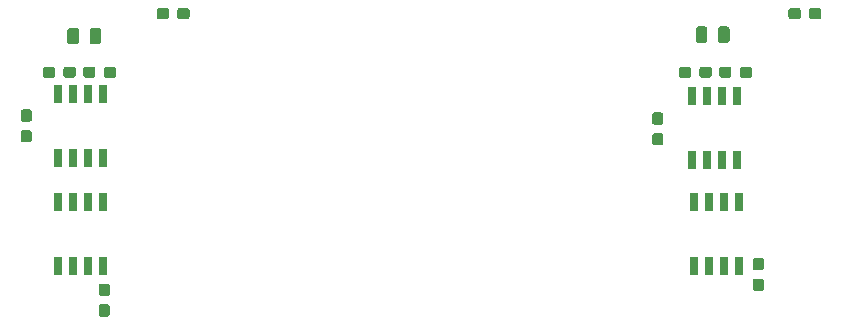
<source format=gbr>
%TF.GenerationSoftware,KiCad,Pcbnew,5.1.5+dfsg1-2build2*%
%TF.CreationDate,2021-10-16T12:52:01+01:00*%
%TF.ProjectId,motor_driver_v1,6d6f746f-725f-4647-9269-7665725f7631,rev?*%
%TF.SameCoordinates,Original*%
%TF.FileFunction,Paste,Top*%
%TF.FilePolarity,Positive*%
%FSLAX46Y46*%
G04 Gerber Fmt 4.6, Leading zero omitted, Abs format (unit mm)*
G04 Created by KiCad (PCBNEW 5.1.5+dfsg1-2build2) date 2021-10-16 12:52:01*
%MOMM*%
%LPD*%
G04 APERTURE LIST*
%ADD10R,0.650000X1.528000*%
%ADD11C,0.100000*%
%ADD12R,0.650000X1.500000*%
G04 APERTURE END LIST*
D10*
%TO.C,IC4*%
X126873000Y-55035000D03*
X125603000Y-55035000D03*
X124333000Y-55035000D03*
X123063000Y-55035000D03*
X123063000Y-49613000D03*
X124333000Y-49613000D03*
X125603000Y-49613000D03*
X126873000Y-49613000D03*
%TD*%
D11*
%TO.C,R4*%
G36*
X120275779Y-43771144D02*
G01*
X120298834Y-43774563D01*
X120321443Y-43780227D01*
X120343387Y-43788079D01*
X120364457Y-43798044D01*
X120384448Y-43810026D01*
X120403168Y-43823910D01*
X120420438Y-43839562D01*
X120436090Y-43856832D01*
X120449974Y-43875552D01*
X120461956Y-43895543D01*
X120471921Y-43916613D01*
X120479773Y-43938557D01*
X120485437Y-43961166D01*
X120488856Y-43984221D01*
X120490000Y-44007500D01*
X120490000Y-44582500D01*
X120488856Y-44605779D01*
X120485437Y-44628834D01*
X120479773Y-44651443D01*
X120471921Y-44673387D01*
X120461956Y-44694457D01*
X120449974Y-44714448D01*
X120436090Y-44733168D01*
X120420438Y-44750438D01*
X120403168Y-44766090D01*
X120384448Y-44779974D01*
X120364457Y-44791956D01*
X120343387Y-44801921D01*
X120321443Y-44809773D01*
X120298834Y-44815437D01*
X120275779Y-44818856D01*
X120252500Y-44820000D01*
X119777500Y-44820000D01*
X119754221Y-44818856D01*
X119731166Y-44815437D01*
X119708557Y-44809773D01*
X119686613Y-44801921D01*
X119665543Y-44791956D01*
X119645552Y-44779974D01*
X119626832Y-44766090D01*
X119609562Y-44750438D01*
X119593910Y-44733168D01*
X119580026Y-44714448D01*
X119568044Y-44694457D01*
X119558079Y-44673387D01*
X119550227Y-44651443D01*
X119544563Y-44628834D01*
X119541144Y-44605779D01*
X119540000Y-44582500D01*
X119540000Y-44007500D01*
X119541144Y-43984221D01*
X119544563Y-43961166D01*
X119550227Y-43938557D01*
X119558079Y-43916613D01*
X119568044Y-43895543D01*
X119580026Y-43875552D01*
X119593910Y-43856832D01*
X119609562Y-43839562D01*
X119626832Y-43823910D01*
X119645552Y-43810026D01*
X119665543Y-43798044D01*
X119686613Y-43788079D01*
X119708557Y-43780227D01*
X119731166Y-43774563D01*
X119754221Y-43771144D01*
X119777500Y-43770000D01*
X120252500Y-43770000D01*
X120275779Y-43771144D01*
G37*
G36*
X120275779Y-42021144D02*
G01*
X120298834Y-42024563D01*
X120321443Y-42030227D01*
X120343387Y-42038079D01*
X120364457Y-42048044D01*
X120384448Y-42060026D01*
X120403168Y-42073910D01*
X120420438Y-42089562D01*
X120436090Y-42106832D01*
X120449974Y-42125552D01*
X120461956Y-42145543D01*
X120471921Y-42166613D01*
X120479773Y-42188557D01*
X120485437Y-42211166D01*
X120488856Y-42234221D01*
X120490000Y-42257500D01*
X120490000Y-42832500D01*
X120488856Y-42855779D01*
X120485437Y-42878834D01*
X120479773Y-42901443D01*
X120471921Y-42923387D01*
X120461956Y-42944457D01*
X120449974Y-42964448D01*
X120436090Y-42983168D01*
X120420438Y-43000438D01*
X120403168Y-43016090D01*
X120384448Y-43029974D01*
X120364457Y-43041956D01*
X120343387Y-43051921D01*
X120321443Y-43059773D01*
X120298834Y-43065437D01*
X120275779Y-43068856D01*
X120252500Y-43070000D01*
X119777500Y-43070000D01*
X119754221Y-43068856D01*
X119731166Y-43065437D01*
X119708557Y-43059773D01*
X119686613Y-43051921D01*
X119665543Y-43041956D01*
X119645552Y-43029974D01*
X119626832Y-43016090D01*
X119609562Y-43000438D01*
X119593910Y-42983168D01*
X119580026Y-42964448D01*
X119568044Y-42944457D01*
X119558079Y-42923387D01*
X119550227Y-42901443D01*
X119544563Y-42878834D01*
X119541144Y-42855779D01*
X119540000Y-42832500D01*
X119540000Y-42257500D01*
X119541144Y-42234221D01*
X119544563Y-42211166D01*
X119550227Y-42188557D01*
X119558079Y-42166613D01*
X119568044Y-42145543D01*
X119580026Y-42125552D01*
X119593910Y-42106832D01*
X119609562Y-42089562D01*
X119626832Y-42073910D01*
X119645552Y-42060026D01*
X119665543Y-42048044D01*
X119686613Y-42038079D01*
X119708557Y-42030227D01*
X119731166Y-42024563D01*
X119754221Y-42021144D01*
X119777500Y-42020000D01*
X120252500Y-42020000D01*
X120275779Y-42021144D01*
G37*
%TD*%
%TO.C,R3*%
G36*
X80165779Y-33181144D02*
G01*
X80188834Y-33184563D01*
X80211443Y-33190227D01*
X80233387Y-33198079D01*
X80254457Y-33208044D01*
X80274448Y-33220026D01*
X80293168Y-33233910D01*
X80310438Y-33249562D01*
X80326090Y-33266832D01*
X80339974Y-33285552D01*
X80351956Y-33305543D01*
X80361921Y-33326613D01*
X80369773Y-33348557D01*
X80375437Y-33371166D01*
X80378856Y-33394221D01*
X80380000Y-33417500D01*
X80380000Y-33892500D01*
X80378856Y-33915779D01*
X80375437Y-33938834D01*
X80369773Y-33961443D01*
X80361921Y-33983387D01*
X80351956Y-34004457D01*
X80339974Y-34024448D01*
X80326090Y-34043168D01*
X80310438Y-34060438D01*
X80293168Y-34076090D01*
X80274448Y-34089974D01*
X80254457Y-34101956D01*
X80233387Y-34111921D01*
X80211443Y-34119773D01*
X80188834Y-34125437D01*
X80165779Y-34128856D01*
X80142500Y-34130000D01*
X79567500Y-34130000D01*
X79544221Y-34128856D01*
X79521166Y-34125437D01*
X79498557Y-34119773D01*
X79476613Y-34111921D01*
X79455543Y-34101956D01*
X79435552Y-34089974D01*
X79416832Y-34076090D01*
X79399562Y-34060438D01*
X79383910Y-34043168D01*
X79370026Y-34024448D01*
X79358044Y-34004457D01*
X79348079Y-33983387D01*
X79340227Y-33961443D01*
X79334563Y-33938834D01*
X79331144Y-33915779D01*
X79330000Y-33892500D01*
X79330000Y-33417500D01*
X79331144Y-33394221D01*
X79334563Y-33371166D01*
X79340227Y-33348557D01*
X79348079Y-33326613D01*
X79358044Y-33305543D01*
X79370026Y-33285552D01*
X79383910Y-33266832D01*
X79399562Y-33249562D01*
X79416832Y-33233910D01*
X79435552Y-33220026D01*
X79455543Y-33208044D01*
X79476613Y-33198079D01*
X79498557Y-33190227D01*
X79521166Y-33184563D01*
X79544221Y-33181144D01*
X79567500Y-33180000D01*
X80142500Y-33180000D01*
X80165779Y-33181144D01*
G37*
G36*
X78415779Y-33181144D02*
G01*
X78438834Y-33184563D01*
X78461443Y-33190227D01*
X78483387Y-33198079D01*
X78504457Y-33208044D01*
X78524448Y-33220026D01*
X78543168Y-33233910D01*
X78560438Y-33249562D01*
X78576090Y-33266832D01*
X78589974Y-33285552D01*
X78601956Y-33305543D01*
X78611921Y-33326613D01*
X78619773Y-33348557D01*
X78625437Y-33371166D01*
X78628856Y-33394221D01*
X78630000Y-33417500D01*
X78630000Y-33892500D01*
X78628856Y-33915779D01*
X78625437Y-33938834D01*
X78619773Y-33961443D01*
X78611921Y-33983387D01*
X78601956Y-34004457D01*
X78589974Y-34024448D01*
X78576090Y-34043168D01*
X78560438Y-34060438D01*
X78543168Y-34076090D01*
X78524448Y-34089974D01*
X78504457Y-34101956D01*
X78483387Y-34111921D01*
X78461443Y-34119773D01*
X78438834Y-34125437D01*
X78415779Y-34128856D01*
X78392500Y-34130000D01*
X77817500Y-34130000D01*
X77794221Y-34128856D01*
X77771166Y-34125437D01*
X77748557Y-34119773D01*
X77726613Y-34111921D01*
X77705543Y-34101956D01*
X77685552Y-34089974D01*
X77666832Y-34076090D01*
X77649562Y-34060438D01*
X77633910Y-34043168D01*
X77620026Y-34024448D01*
X77608044Y-34004457D01*
X77598079Y-33983387D01*
X77590227Y-33961443D01*
X77584563Y-33938834D01*
X77581144Y-33915779D01*
X77580000Y-33892500D01*
X77580000Y-33417500D01*
X77581144Y-33394221D01*
X77584563Y-33371166D01*
X77590227Y-33348557D01*
X77598079Y-33326613D01*
X77608044Y-33305543D01*
X77620026Y-33285552D01*
X77633910Y-33266832D01*
X77649562Y-33249562D01*
X77666832Y-33233910D01*
X77685552Y-33220026D01*
X77705543Y-33208044D01*
X77726613Y-33198079D01*
X77748557Y-33190227D01*
X77771166Y-33184563D01*
X77794221Y-33181144D01*
X77817500Y-33180000D01*
X78392500Y-33180000D01*
X78415779Y-33181144D01*
G37*
%TD*%
%TO.C,R2*%
G36*
X66808779Y-43517144D02*
G01*
X66831834Y-43520563D01*
X66854443Y-43526227D01*
X66876387Y-43534079D01*
X66897457Y-43544044D01*
X66917448Y-43556026D01*
X66936168Y-43569910D01*
X66953438Y-43585562D01*
X66969090Y-43602832D01*
X66982974Y-43621552D01*
X66994956Y-43641543D01*
X67004921Y-43662613D01*
X67012773Y-43684557D01*
X67018437Y-43707166D01*
X67021856Y-43730221D01*
X67023000Y-43753500D01*
X67023000Y-44328500D01*
X67021856Y-44351779D01*
X67018437Y-44374834D01*
X67012773Y-44397443D01*
X67004921Y-44419387D01*
X66994956Y-44440457D01*
X66982974Y-44460448D01*
X66969090Y-44479168D01*
X66953438Y-44496438D01*
X66936168Y-44512090D01*
X66917448Y-44525974D01*
X66897457Y-44537956D01*
X66876387Y-44547921D01*
X66854443Y-44555773D01*
X66831834Y-44561437D01*
X66808779Y-44564856D01*
X66785500Y-44566000D01*
X66310500Y-44566000D01*
X66287221Y-44564856D01*
X66264166Y-44561437D01*
X66241557Y-44555773D01*
X66219613Y-44547921D01*
X66198543Y-44537956D01*
X66178552Y-44525974D01*
X66159832Y-44512090D01*
X66142562Y-44496438D01*
X66126910Y-44479168D01*
X66113026Y-44460448D01*
X66101044Y-44440457D01*
X66091079Y-44419387D01*
X66083227Y-44397443D01*
X66077563Y-44374834D01*
X66074144Y-44351779D01*
X66073000Y-44328500D01*
X66073000Y-43753500D01*
X66074144Y-43730221D01*
X66077563Y-43707166D01*
X66083227Y-43684557D01*
X66091079Y-43662613D01*
X66101044Y-43641543D01*
X66113026Y-43621552D01*
X66126910Y-43602832D01*
X66142562Y-43585562D01*
X66159832Y-43569910D01*
X66178552Y-43556026D01*
X66198543Y-43544044D01*
X66219613Y-43534079D01*
X66241557Y-43526227D01*
X66264166Y-43520563D01*
X66287221Y-43517144D01*
X66310500Y-43516000D01*
X66785500Y-43516000D01*
X66808779Y-43517144D01*
G37*
G36*
X66808779Y-41767144D02*
G01*
X66831834Y-41770563D01*
X66854443Y-41776227D01*
X66876387Y-41784079D01*
X66897457Y-41794044D01*
X66917448Y-41806026D01*
X66936168Y-41819910D01*
X66953438Y-41835562D01*
X66969090Y-41852832D01*
X66982974Y-41871552D01*
X66994956Y-41891543D01*
X67004921Y-41912613D01*
X67012773Y-41934557D01*
X67018437Y-41957166D01*
X67021856Y-41980221D01*
X67023000Y-42003500D01*
X67023000Y-42578500D01*
X67021856Y-42601779D01*
X67018437Y-42624834D01*
X67012773Y-42647443D01*
X67004921Y-42669387D01*
X66994956Y-42690457D01*
X66982974Y-42710448D01*
X66969090Y-42729168D01*
X66953438Y-42746438D01*
X66936168Y-42762090D01*
X66917448Y-42775974D01*
X66897457Y-42787956D01*
X66876387Y-42797921D01*
X66854443Y-42805773D01*
X66831834Y-42811437D01*
X66808779Y-42814856D01*
X66785500Y-42816000D01*
X66310500Y-42816000D01*
X66287221Y-42814856D01*
X66264166Y-42811437D01*
X66241557Y-42805773D01*
X66219613Y-42797921D01*
X66198543Y-42787956D01*
X66178552Y-42775974D01*
X66159832Y-42762090D01*
X66142562Y-42746438D01*
X66126910Y-42729168D01*
X66113026Y-42710448D01*
X66101044Y-42690457D01*
X66091079Y-42669387D01*
X66083227Y-42647443D01*
X66077563Y-42624834D01*
X66074144Y-42601779D01*
X66073000Y-42578500D01*
X66073000Y-42003500D01*
X66074144Y-41980221D01*
X66077563Y-41957166D01*
X66083227Y-41934557D01*
X66091079Y-41912613D01*
X66101044Y-41891543D01*
X66113026Y-41871552D01*
X66126910Y-41852832D01*
X66142562Y-41835562D01*
X66159832Y-41819910D01*
X66178552Y-41806026D01*
X66198543Y-41794044D01*
X66219613Y-41784079D01*
X66241557Y-41776227D01*
X66264166Y-41770563D01*
X66287221Y-41767144D01*
X66310500Y-41766000D01*
X66785500Y-41766000D01*
X66808779Y-41767144D01*
G37*
%TD*%
%TO.C,R1*%
G36*
X133660779Y-33181144D02*
G01*
X133683834Y-33184563D01*
X133706443Y-33190227D01*
X133728387Y-33198079D01*
X133749457Y-33208044D01*
X133769448Y-33220026D01*
X133788168Y-33233910D01*
X133805438Y-33249562D01*
X133821090Y-33266832D01*
X133834974Y-33285552D01*
X133846956Y-33305543D01*
X133856921Y-33326613D01*
X133864773Y-33348557D01*
X133870437Y-33371166D01*
X133873856Y-33394221D01*
X133875000Y-33417500D01*
X133875000Y-33892500D01*
X133873856Y-33915779D01*
X133870437Y-33938834D01*
X133864773Y-33961443D01*
X133856921Y-33983387D01*
X133846956Y-34004457D01*
X133834974Y-34024448D01*
X133821090Y-34043168D01*
X133805438Y-34060438D01*
X133788168Y-34076090D01*
X133769448Y-34089974D01*
X133749457Y-34101956D01*
X133728387Y-34111921D01*
X133706443Y-34119773D01*
X133683834Y-34125437D01*
X133660779Y-34128856D01*
X133637500Y-34130000D01*
X133062500Y-34130000D01*
X133039221Y-34128856D01*
X133016166Y-34125437D01*
X132993557Y-34119773D01*
X132971613Y-34111921D01*
X132950543Y-34101956D01*
X132930552Y-34089974D01*
X132911832Y-34076090D01*
X132894562Y-34060438D01*
X132878910Y-34043168D01*
X132865026Y-34024448D01*
X132853044Y-34004457D01*
X132843079Y-33983387D01*
X132835227Y-33961443D01*
X132829563Y-33938834D01*
X132826144Y-33915779D01*
X132825000Y-33892500D01*
X132825000Y-33417500D01*
X132826144Y-33394221D01*
X132829563Y-33371166D01*
X132835227Y-33348557D01*
X132843079Y-33326613D01*
X132853044Y-33305543D01*
X132865026Y-33285552D01*
X132878910Y-33266832D01*
X132894562Y-33249562D01*
X132911832Y-33233910D01*
X132930552Y-33220026D01*
X132950543Y-33208044D01*
X132971613Y-33198079D01*
X132993557Y-33190227D01*
X133016166Y-33184563D01*
X133039221Y-33181144D01*
X133062500Y-33180000D01*
X133637500Y-33180000D01*
X133660779Y-33181144D01*
G37*
G36*
X131910779Y-33181144D02*
G01*
X131933834Y-33184563D01*
X131956443Y-33190227D01*
X131978387Y-33198079D01*
X131999457Y-33208044D01*
X132019448Y-33220026D01*
X132038168Y-33233910D01*
X132055438Y-33249562D01*
X132071090Y-33266832D01*
X132084974Y-33285552D01*
X132096956Y-33305543D01*
X132106921Y-33326613D01*
X132114773Y-33348557D01*
X132120437Y-33371166D01*
X132123856Y-33394221D01*
X132125000Y-33417500D01*
X132125000Y-33892500D01*
X132123856Y-33915779D01*
X132120437Y-33938834D01*
X132114773Y-33961443D01*
X132106921Y-33983387D01*
X132096956Y-34004457D01*
X132084974Y-34024448D01*
X132071090Y-34043168D01*
X132055438Y-34060438D01*
X132038168Y-34076090D01*
X132019448Y-34089974D01*
X131999457Y-34101956D01*
X131978387Y-34111921D01*
X131956443Y-34119773D01*
X131933834Y-34125437D01*
X131910779Y-34128856D01*
X131887500Y-34130000D01*
X131312500Y-34130000D01*
X131289221Y-34128856D01*
X131266166Y-34125437D01*
X131243557Y-34119773D01*
X131221613Y-34111921D01*
X131200543Y-34101956D01*
X131180552Y-34089974D01*
X131161832Y-34076090D01*
X131144562Y-34060438D01*
X131128910Y-34043168D01*
X131115026Y-34024448D01*
X131103044Y-34004457D01*
X131093079Y-33983387D01*
X131085227Y-33961443D01*
X131079563Y-33938834D01*
X131076144Y-33915779D01*
X131075000Y-33892500D01*
X131075000Y-33417500D01*
X131076144Y-33394221D01*
X131079563Y-33371166D01*
X131085227Y-33348557D01*
X131093079Y-33326613D01*
X131103044Y-33305543D01*
X131115026Y-33285552D01*
X131128910Y-33266832D01*
X131144562Y-33249562D01*
X131161832Y-33233910D01*
X131180552Y-33220026D01*
X131200543Y-33208044D01*
X131221613Y-33198079D01*
X131243557Y-33190227D01*
X131266166Y-33184563D01*
X131289221Y-33181144D01*
X131312500Y-33180000D01*
X131887500Y-33180000D01*
X131910779Y-33181144D01*
G37*
%TD*%
D12*
%TO.C,IC3*%
X122936000Y-40607000D03*
X124206000Y-40607000D03*
X125476000Y-40607000D03*
X126746000Y-40607000D03*
X126746000Y-46007000D03*
X125476000Y-46007000D03*
X124206000Y-46007000D03*
X122936000Y-46007000D03*
%TD*%
D10*
%TO.C,IC2*%
X73025000Y-55035000D03*
X71755000Y-55035000D03*
X70485000Y-55035000D03*
X69215000Y-55035000D03*
X69215000Y-49613000D03*
X70485000Y-49613000D03*
X71755000Y-49613000D03*
X73025000Y-49613000D03*
%TD*%
D12*
%TO.C,IC1*%
X69215000Y-40480000D03*
X70485000Y-40480000D03*
X71755000Y-40480000D03*
X73025000Y-40480000D03*
X73025000Y-45880000D03*
X71755000Y-45880000D03*
X70485000Y-45880000D03*
X69215000Y-45880000D03*
%TD*%
D11*
%TO.C,C9*%
G36*
X128784779Y-56090144D02*
G01*
X128807834Y-56093563D01*
X128830443Y-56099227D01*
X128852387Y-56107079D01*
X128873457Y-56117044D01*
X128893448Y-56129026D01*
X128912168Y-56142910D01*
X128929438Y-56158562D01*
X128945090Y-56175832D01*
X128958974Y-56194552D01*
X128970956Y-56214543D01*
X128980921Y-56235613D01*
X128988773Y-56257557D01*
X128994437Y-56280166D01*
X128997856Y-56303221D01*
X128999000Y-56326500D01*
X128999000Y-56901500D01*
X128997856Y-56924779D01*
X128994437Y-56947834D01*
X128988773Y-56970443D01*
X128980921Y-56992387D01*
X128970956Y-57013457D01*
X128958974Y-57033448D01*
X128945090Y-57052168D01*
X128929438Y-57069438D01*
X128912168Y-57085090D01*
X128893448Y-57098974D01*
X128873457Y-57110956D01*
X128852387Y-57120921D01*
X128830443Y-57128773D01*
X128807834Y-57134437D01*
X128784779Y-57137856D01*
X128761500Y-57139000D01*
X128286500Y-57139000D01*
X128263221Y-57137856D01*
X128240166Y-57134437D01*
X128217557Y-57128773D01*
X128195613Y-57120921D01*
X128174543Y-57110956D01*
X128154552Y-57098974D01*
X128135832Y-57085090D01*
X128118562Y-57069438D01*
X128102910Y-57052168D01*
X128089026Y-57033448D01*
X128077044Y-57013457D01*
X128067079Y-56992387D01*
X128059227Y-56970443D01*
X128053563Y-56947834D01*
X128050144Y-56924779D01*
X128049000Y-56901500D01*
X128049000Y-56326500D01*
X128050144Y-56303221D01*
X128053563Y-56280166D01*
X128059227Y-56257557D01*
X128067079Y-56235613D01*
X128077044Y-56214543D01*
X128089026Y-56194552D01*
X128102910Y-56175832D01*
X128118562Y-56158562D01*
X128135832Y-56142910D01*
X128154552Y-56129026D01*
X128174543Y-56117044D01*
X128195613Y-56107079D01*
X128217557Y-56099227D01*
X128240166Y-56093563D01*
X128263221Y-56090144D01*
X128286500Y-56089000D01*
X128761500Y-56089000D01*
X128784779Y-56090144D01*
G37*
G36*
X128784779Y-54340144D02*
G01*
X128807834Y-54343563D01*
X128830443Y-54349227D01*
X128852387Y-54357079D01*
X128873457Y-54367044D01*
X128893448Y-54379026D01*
X128912168Y-54392910D01*
X128929438Y-54408562D01*
X128945090Y-54425832D01*
X128958974Y-54444552D01*
X128970956Y-54464543D01*
X128980921Y-54485613D01*
X128988773Y-54507557D01*
X128994437Y-54530166D01*
X128997856Y-54553221D01*
X128999000Y-54576500D01*
X128999000Y-55151500D01*
X128997856Y-55174779D01*
X128994437Y-55197834D01*
X128988773Y-55220443D01*
X128980921Y-55242387D01*
X128970956Y-55263457D01*
X128958974Y-55283448D01*
X128945090Y-55302168D01*
X128929438Y-55319438D01*
X128912168Y-55335090D01*
X128893448Y-55348974D01*
X128873457Y-55360956D01*
X128852387Y-55370921D01*
X128830443Y-55378773D01*
X128807834Y-55384437D01*
X128784779Y-55387856D01*
X128761500Y-55389000D01*
X128286500Y-55389000D01*
X128263221Y-55387856D01*
X128240166Y-55384437D01*
X128217557Y-55378773D01*
X128195613Y-55370921D01*
X128174543Y-55360956D01*
X128154552Y-55348974D01*
X128135832Y-55335090D01*
X128118562Y-55319438D01*
X128102910Y-55302168D01*
X128089026Y-55283448D01*
X128077044Y-55263457D01*
X128067079Y-55242387D01*
X128059227Y-55220443D01*
X128053563Y-55197834D01*
X128050144Y-55174779D01*
X128049000Y-55151500D01*
X128049000Y-54576500D01*
X128050144Y-54553221D01*
X128053563Y-54530166D01*
X128059227Y-54507557D01*
X128067079Y-54485613D01*
X128077044Y-54464543D01*
X128089026Y-54444552D01*
X128102910Y-54425832D01*
X128118562Y-54408562D01*
X128135832Y-54392910D01*
X128154552Y-54379026D01*
X128174543Y-54367044D01*
X128195613Y-54357079D01*
X128217557Y-54349227D01*
X128240166Y-54343563D01*
X128263221Y-54340144D01*
X128286500Y-54339000D01*
X128761500Y-54339000D01*
X128784779Y-54340144D01*
G37*
%TD*%
%TO.C,C8*%
G36*
X127790779Y-38134144D02*
G01*
X127813834Y-38137563D01*
X127836443Y-38143227D01*
X127858387Y-38151079D01*
X127879457Y-38161044D01*
X127899448Y-38173026D01*
X127918168Y-38186910D01*
X127935438Y-38202562D01*
X127951090Y-38219832D01*
X127964974Y-38238552D01*
X127976956Y-38258543D01*
X127986921Y-38279613D01*
X127994773Y-38301557D01*
X128000437Y-38324166D01*
X128003856Y-38347221D01*
X128005000Y-38370500D01*
X128005000Y-38845500D01*
X128003856Y-38868779D01*
X128000437Y-38891834D01*
X127994773Y-38914443D01*
X127986921Y-38936387D01*
X127976956Y-38957457D01*
X127964974Y-38977448D01*
X127951090Y-38996168D01*
X127935438Y-39013438D01*
X127918168Y-39029090D01*
X127899448Y-39042974D01*
X127879457Y-39054956D01*
X127858387Y-39064921D01*
X127836443Y-39072773D01*
X127813834Y-39078437D01*
X127790779Y-39081856D01*
X127767500Y-39083000D01*
X127192500Y-39083000D01*
X127169221Y-39081856D01*
X127146166Y-39078437D01*
X127123557Y-39072773D01*
X127101613Y-39064921D01*
X127080543Y-39054956D01*
X127060552Y-39042974D01*
X127041832Y-39029090D01*
X127024562Y-39013438D01*
X127008910Y-38996168D01*
X126995026Y-38977448D01*
X126983044Y-38957457D01*
X126973079Y-38936387D01*
X126965227Y-38914443D01*
X126959563Y-38891834D01*
X126956144Y-38868779D01*
X126955000Y-38845500D01*
X126955000Y-38370500D01*
X126956144Y-38347221D01*
X126959563Y-38324166D01*
X126965227Y-38301557D01*
X126973079Y-38279613D01*
X126983044Y-38258543D01*
X126995026Y-38238552D01*
X127008910Y-38219832D01*
X127024562Y-38202562D01*
X127041832Y-38186910D01*
X127060552Y-38173026D01*
X127080543Y-38161044D01*
X127101613Y-38151079D01*
X127123557Y-38143227D01*
X127146166Y-38137563D01*
X127169221Y-38134144D01*
X127192500Y-38133000D01*
X127767500Y-38133000D01*
X127790779Y-38134144D01*
G37*
G36*
X126040779Y-38134144D02*
G01*
X126063834Y-38137563D01*
X126086443Y-38143227D01*
X126108387Y-38151079D01*
X126129457Y-38161044D01*
X126149448Y-38173026D01*
X126168168Y-38186910D01*
X126185438Y-38202562D01*
X126201090Y-38219832D01*
X126214974Y-38238552D01*
X126226956Y-38258543D01*
X126236921Y-38279613D01*
X126244773Y-38301557D01*
X126250437Y-38324166D01*
X126253856Y-38347221D01*
X126255000Y-38370500D01*
X126255000Y-38845500D01*
X126253856Y-38868779D01*
X126250437Y-38891834D01*
X126244773Y-38914443D01*
X126236921Y-38936387D01*
X126226956Y-38957457D01*
X126214974Y-38977448D01*
X126201090Y-38996168D01*
X126185438Y-39013438D01*
X126168168Y-39029090D01*
X126149448Y-39042974D01*
X126129457Y-39054956D01*
X126108387Y-39064921D01*
X126086443Y-39072773D01*
X126063834Y-39078437D01*
X126040779Y-39081856D01*
X126017500Y-39083000D01*
X125442500Y-39083000D01*
X125419221Y-39081856D01*
X125396166Y-39078437D01*
X125373557Y-39072773D01*
X125351613Y-39064921D01*
X125330543Y-39054956D01*
X125310552Y-39042974D01*
X125291832Y-39029090D01*
X125274562Y-39013438D01*
X125258910Y-38996168D01*
X125245026Y-38977448D01*
X125233044Y-38957457D01*
X125223079Y-38936387D01*
X125215227Y-38914443D01*
X125209563Y-38891834D01*
X125206144Y-38868779D01*
X125205000Y-38845500D01*
X125205000Y-38370500D01*
X125206144Y-38347221D01*
X125209563Y-38324166D01*
X125215227Y-38301557D01*
X125223079Y-38279613D01*
X125233044Y-38258543D01*
X125245026Y-38238552D01*
X125258910Y-38219832D01*
X125274562Y-38202562D01*
X125291832Y-38186910D01*
X125310552Y-38173026D01*
X125330543Y-38161044D01*
X125351613Y-38151079D01*
X125373557Y-38143227D01*
X125396166Y-38137563D01*
X125419221Y-38134144D01*
X125442500Y-38133000D01*
X126017500Y-38133000D01*
X126040779Y-38134144D01*
G37*
%TD*%
%TO.C,C7*%
G36*
X122625779Y-38134144D02*
G01*
X122648834Y-38137563D01*
X122671443Y-38143227D01*
X122693387Y-38151079D01*
X122714457Y-38161044D01*
X122734448Y-38173026D01*
X122753168Y-38186910D01*
X122770438Y-38202562D01*
X122786090Y-38219832D01*
X122799974Y-38238552D01*
X122811956Y-38258543D01*
X122821921Y-38279613D01*
X122829773Y-38301557D01*
X122835437Y-38324166D01*
X122838856Y-38347221D01*
X122840000Y-38370500D01*
X122840000Y-38845500D01*
X122838856Y-38868779D01*
X122835437Y-38891834D01*
X122829773Y-38914443D01*
X122821921Y-38936387D01*
X122811956Y-38957457D01*
X122799974Y-38977448D01*
X122786090Y-38996168D01*
X122770438Y-39013438D01*
X122753168Y-39029090D01*
X122734448Y-39042974D01*
X122714457Y-39054956D01*
X122693387Y-39064921D01*
X122671443Y-39072773D01*
X122648834Y-39078437D01*
X122625779Y-39081856D01*
X122602500Y-39083000D01*
X122027500Y-39083000D01*
X122004221Y-39081856D01*
X121981166Y-39078437D01*
X121958557Y-39072773D01*
X121936613Y-39064921D01*
X121915543Y-39054956D01*
X121895552Y-39042974D01*
X121876832Y-39029090D01*
X121859562Y-39013438D01*
X121843910Y-38996168D01*
X121830026Y-38977448D01*
X121818044Y-38957457D01*
X121808079Y-38936387D01*
X121800227Y-38914443D01*
X121794563Y-38891834D01*
X121791144Y-38868779D01*
X121790000Y-38845500D01*
X121790000Y-38370500D01*
X121791144Y-38347221D01*
X121794563Y-38324166D01*
X121800227Y-38301557D01*
X121808079Y-38279613D01*
X121818044Y-38258543D01*
X121830026Y-38238552D01*
X121843910Y-38219832D01*
X121859562Y-38202562D01*
X121876832Y-38186910D01*
X121895552Y-38173026D01*
X121915543Y-38161044D01*
X121936613Y-38151079D01*
X121958557Y-38143227D01*
X121981166Y-38137563D01*
X122004221Y-38134144D01*
X122027500Y-38133000D01*
X122602500Y-38133000D01*
X122625779Y-38134144D01*
G37*
G36*
X124375779Y-38134144D02*
G01*
X124398834Y-38137563D01*
X124421443Y-38143227D01*
X124443387Y-38151079D01*
X124464457Y-38161044D01*
X124484448Y-38173026D01*
X124503168Y-38186910D01*
X124520438Y-38202562D01*
X124536090Y-38219832D01*
X124549974Y-38238552D01*
X124561956Y-38258543D01*
X124571921Y-38279613D01*
X124579773Y-38301557D01*
X124585437Y-38324166D01*
X124588856Y-38347221D01*
X124590000Y-38370500D01*
X124590000Y-38845500D01*
X124588856Y-38868779D01*
X124585437Y-38891834D01*
X124579773Y-38914443D01*
X124571921Y-38936387D01*
X124561956Y-38957457D01*
X124549974Y-38977448D01*
X124536090Y-38996168D01*
X124520438Y-39013438D01*
X124503168Y-39029090D01*
X124484448Y-39042974D01*
X124464457Y-39054956D01*
X124443387Y-39064921D01*
X124421443Y-39072773D01*
X124398834Y-39078437D01*
X124375779Y-39081856D01*
X124352500Y-39083000D01*
X123777500Y-39083000D01*
X123754221Y-39081856D01*
X123731166Y-39078437D01*
X123708557Y-39072773D01*
X123686613Y-39064921D01*
X123665543Y-39054956D01*
X123645552Y-39042974D01*
X123626832Y-39029090D01*
X123609562Y-39013438D01*
X123593910Y-38996168D01*
X123580026Y-38977448D01*
X123568044Y-38957457D01*
X123558079Y-38936387D01*
X123550227Y-38914443D01*
X123544563Y-38891834D01*
X123541144Y-38868779D01*
X123540000Y-38845500D01*
X123540000Y-38370500D01*
X123541144Y-38347221D01*
X123544563Y-38324166D01*
X123550227Y-38301557D01*
X123558079Y-38279613D01*
X123568044Y-38258543D01*
X123580026Y-38238552D01*
X123593910Y-38219832D01*
X123609562Y-38202562D01*
X123626832Y-38186910D01*
X123645552Y-38173026D01*
X123665543Y-38161044D01*
X123686613Y-38151079D01*
X123708557Y-38143227D01*
X123731166Y-38137563D01*
X123754221Y-38134144D01*
X123777500Y-38133000D01*
X124352500Y-38133000D01*
X124375779Y-38134144D01*
G37*
%TD*%
%TO.C,C6*%
G36*
X73412779Y-58263144D02*
G01*
X73435834Y-58266563D01*
X73458443Y-58272227D01*
X73480387Y-58280079D01*
X73501457Y-58290044D01*
X73521448Y-58302026D01*
X73540168Y-58315910D01*
X73557438Y-58331562D01*
X73573090Y-58348832D01*
X73586974Y-58367552D01*
X73598956Y-58387543D01*
X73608921Y-58408613D01*
X73616773Y-58430557D01*
X73622437Y-58453166D01*
X73625856Y-58476221D01*
X73627000Y-58499500D01*
X73627000Y-59074500D01*
X73625856Y-59097779D01*
X73622437Y-59120834D01*
X73616773Y-59143443D01*
X73608921Y-59165387D01*
X73598956Y-59186457D01*
X73586974Y-59206448D01*
X73573090Y-59225168D01*
X73557438Y-59242438D01*
X73540168Y-59258090D01*
X73521448Y-59271974D01*
X73501457Y-59283956D01*
X73480387Y-59293921D01*
X73458443Y-59301773D01*
X73435834Y-59307437D01*
X73412779Y-59310856D01*
X73389500Y-59312000D01*
X72914500Y-59312000D01*
X72891221Y-59310856D01*
X72868166Y-59307437D01*
X72845557Y-59301773D01*
X72823613Y-59293921D01*
X72802543Y-59283956D01*
X72782552Y-59271974D01*
X72763832Y-59258090D01*
X72746562Y-59242438D01*
X72730910Y-59225168D01*
X72717026Y-59206448D01*
X72705044Y-59186457D01*
X72695079Y-59165387D01*
X72687227Y-59143443D01*
X72681563Y-59120834D01*
X72678144Y-59097779D01*
X72677000Y-59074500D01*
X72677000Y-58499500D01*
X72678144Y-58476221D01*
X72681563Y-58453166D01*
X72687227Y-58430557D01*
X72695079Y-58408613D01*
X72705044Y-58387543D01*
X72717026Y-58367552D01*
X72730910Y-58348832D01*
X72746562Y-58331562D01*
X72763832Y-58315910D01*
X72782552Y-58302026D01*
X72802543Y-58290044D01*
X72823613Y-58280079D01*
X72845557Y-58272227D01*
X72868166Y-58266563D01*
X72891221Y-58263144D01*
X72914500Y-58262000D01*
X73389500Y-58262000D01*
X73412779Y-58263144D01*
G37*
G36*
X73412779Y-56513144D02*
G01*
X73435834Y-56516563D01*
X73458443Y-56522227D01*
X73480387Y-56530079D01*
X73501457Y-56540044D01*
X73521448Y-56552026D01*
X73540168Y-56565910D01*
X73557438Y-56581562D01*
X73573090Y-56598832D01*
X73586974Y-56617552D01*
X73598956Y-56637543D01*
X73608921Y-56658613D01*
X73616773Y-56680557D01*
X73622437Y-56703166D01*
X73625856Y-56726221D01*
X73627000Y-56749500D01*
X73627000Y-57324500D01*
X73625856Y-57347779D01*
X73622437Y-57370834D01*
X73616773Y-57393443D01*
X73608921Y-57415387D01*
X73598956Y-57436457D01*
X73586974Y-57456448D01*
X73573090Y-57475168D01*
X73557438Y-57492438D01*
X73540168Y-57508090D01*
X73521448Y-57521974D01*
X73501457Y-57533956D01*
X73480387Y-57543921D01*
X73458443Y-57551773D01*
X73435834Y-57557437D01*
X73412779Y-57560856D01*
X73389500Y-57562000D01*
X72914500Y-57562000D01*
X72891221Y-57560856D01*
X72868166Y-57557437D01*
X72845557Y-57551773D01*
X72823613Y-57543921D01*
X72802543Y-57533956D01*
X72782552Y-57521974D01*
X72763832Y-57508090D01*
X72746562Y-57492438D01*
X72730910Y-57475168D01*
X72717026Y-57456448D01*
X72705044Y-57436457D01*
X72695079Y-57415387D01*
X72687227Y-57393443D01*
X72681563Y-57370834D01*
X72678144Y-57347779D01*
X72677000Y-57324500D01*
X72677000Y-56749500D01*
X72678144Y-56726221D01*
X72681563Y-56703166D01*
X72687227Y-56680557D01*
X72695079Y-56658613D01*
X72705044Y-56637543D01*
X72717026Y-56617552D01*
X72730910Y-56598832D01*
X72746562Y-56581562D01*
X72763832Y-56565910D01*
X72782552Y-56552026D01*
X72802543Y-56540044D01*
X72823613Y-56530079D01*
X72845557Y-56522227D01*
X72868166Y-56516563D01*
X72891221Y-56513144D01*
X72914500Y-56512000D01*
X73389500Y-56512000D01*
X73412779Y-56513144D01*
G37*
%TD*%
%TO.C,C4*%
G36*
X73942779Y-38134144D02*
G01*
X73965834Y-38137563D01*
X73988443Y-38143227D01*
X74010387Y-38151079D01*
X74031457Y-38161044D01*
X74051448Y-38173026D01*
X74070168Y-38186910D01*
X74087438Y-38202562D01*
X74103090Y-38219832D01*
X74116974Y-38238552D01*
X74128956Y-38258543D01*
X74138921Y-38279613D01*
X74146773Y-38301557D01*
X74152437Y-38324166D01*
X74155856Y-38347221D01*
X74157000Y-38370500D01*
X74157000Y-38845500D01*
X74155856Y-38868779D01*
X74152437Y-38891834D01*
X74146773Y-38914443D01*
X74138921Y-38936387D01*
X74128956Y-38957457D01*
X74116974Y-38977448D01*
X74103090Y-38996168D01*
X74087438Y-39013438D01*
X74070168Y-39029090D01*
X74051448Y-39042974D01*
X74031457Y-39054956D01*
X74010387Y-39064921D01*
X73988443Y-39072773D01*
X73965834Y-39078437D01*
X73942779Y-39081856D01*
X73919500Y-39083000D01*
X73344500Y-39083000D01*
X73321221Y-39081856D01*
X73298166Y-39078437D01*
X73275557Y-39072773D01*
X73253613Y-39064921D01*
X73232543Y-39054956D01*
X73212552Y-39042974D01*
X73193832Y-39029090D01*
X73176562Y-39013438D01*
X73160910Y-38996168D01*
X73147026Y-38977448D01*
X73135044Y-38957457D01*
X73125079Y-38936387D01*
X73117227Y-38914443D01*
X73111563Y-38891834D01*
X73108144Y-38868779D01*
X73107000Y-38845500D01*
X73107000Y-38370500D01*
X73108144Y-38347221D01*
X73111563Y-38324166D01*
X73117227Y-38301557D01*
X73125079Y-38279613D01*
X73135044Y-38258543D01*
X73147026Y-38238552D01*
X73160910Y-38219832D01*
X73176562Y-38202562D01*
X73193832Y-38186910D01*
X73212552Y-38173026D01*
X73232543Y-38161044D01*
X73253613Y-38151079D01*
X73275557Y-38143227D01*
X73298166Y-38137563D01*
X73321221Y-38134144D01*
X73344500Y-38133000D01*
X73919500Y-38133000D01*
X73942779Y-38134144D01*
G37*
G36*
X72192779Y-38134144D02*
G01*
X72215834Y-38137563D01*
X72238443Y-38143227D01*
X72260387Y-38151079D01*
X72281457Y-38161044D01*
X72301448Y-38173026D01*
X72320168Y-38186910D01*
X72337438Y-38202562D01*
X72353090Y-38219832D01*
X72366974Y-38238552D01*
X72378956Y-38258543D01*
X72388921Y-38279613D01*
X72396773Y-38301557D01*
X72402437Y-38324166D01*
X72405856Y-38347221D01*
X72407000Y-38370500D01*
X72407000Y-38845500D01*
X72405856Y-38868779D01*
X72402437Y-38891834D01*
X72396773Y-38914443D01*
X72388921Y-38936387D01*
X72378956Y-38957457D01*
X72366974Y-38977448D01*
X72353090Y-38996168D01*
X72337438Y-39013438D01*
X72320168Y-39029090D01*
X72301448Y-39042974D01*
X72281457Y-39054956D01*
X72260387Y-39064921D01*
X72238443Y-39072773D01*
X72215834Y-39078437D01*
X72192779Y-39081856D01*
X72169500Y-39083000D01*
X71594500Y-39083000D01*
X71571221Y-39081856D01*
X71548166Y-39078437D01*
X71525557Y-39072773D01*
X71503613Y-39064921D01*
X71482543Y-39054956D01*
X71462552Y-39042974D01*
X71443832Y-39029090D01*
X71426562Y-39013438D01*
X71410910Y-38996168D01*
X71397026Y-38977448D01*
X71385044Y-38957457D01*
X71375079Y-38936387D01*
X71367227Y-38914443D01*
X71361563Y-38891834D01*
X71358144Y-38868779D01*
X71357000Y-38845500D01*
X71357000Y-38370500D01*
X71358144Y-38347221D01*
X71361563Y-38324166D01*
X71367227Y-38301557D01*
X71375079Y-38279613D01*
X71385044Y-38258543D01*
X71397026Y-38238552D01*
X71410910Y-38219832D01*
X71426562Y-38202562D01*
X71443832Y-38186910D01*
X71462552Y-38173026D01*
X71482543Y-38161044D01*
X71503613Y-38151079D01*
X71525557Y-38143227D01*
X71548166Y-38137563D01*
X71571221Y-38134144D01*
X71594500Y-38133000D01*
X72169500Y-38133000D01*
X72192779Y-38134144D01*
G37*
%TD*%
%TO.C,C3*%
G36*
X68777779Y-38134144D02*
G01*
X68800834Y-38137563D01*
X68823443Y-38143227D01*
X68845387Y-38151079D01*
X68866457Y-38161044D01*
X68886448Y-38173026D01*
X68905168Y-38186910D01*
X68922438Y-38202562D01*
X68938090Y-38219832D01*
X68951974Y-38238552D01*
X68963956Y-38258543D01*
X68973921Y-38279613D01*
X68981773Y-38301557D01*
X68987437Y-38324166D01*
X68990856Y-38347221D01*
X68992000Y-38370500D01*
X68992000Y-38845500D01*
X68990856Y-38868779D01*
X68987437Y-38891834D01*
X68981773Y-38914443D01*
X68973921Y-38936387D01*
X68963956Y-38957457D01*
X68951974Y-38977448D01*
X68938090Y-38996168D01*
X68922438Y-39013438D01*
X68905168Y-39029090D01*
X68886448Y-39042974D01*
X68866457Y-39054956D01*
X68845387Y-39064921D01*
X68823443Y-39072773D01*
X68800834Y-39078437D01*
X68777779Y-39081856D01*
X68754500Y-39083000D01*
X68179500Y-39083000D01*
X68156221Y-39081856D01*
X68133166Y-39078437D01*
X68110557Y-39072773D01*
X68088613Y-39064921D01*
X68067543Y-39054956D01*
X68047552Y-39042974D01*
X68028832Y-39029090D01*
X68011562Y-39013438D01*
X67995910Y-38996168D01*
X67982026Y-38977448D01*
X67970044Y-38957457D01*
X67960079Y-38936387D01*
X67952227Y-38914443D01*
X67946563Y-38891834D01*
X67943144Y-38868779D01*
X67942000Y-38845500D01*
X67942000Y-38370500D01*
X67943144Y-38347221D01*
X67946563Y-38324166D01*
X67952227Y-38301557D01*
X67960079Y-38279613D01*
X67970044Y-38258543D01*
X67982026Y-38238552D01*
X67995910Y-38219832D01*
X68011562Y-38202562D01*
X68028832Y-38186910D01*
X68047552Y-38173026D01*
X68067543Y-38161044D01*
X68088613Y-38151079D01*
X68110557Y-38143227D01*
X68133166Y-38137563D01*
X68156221Y-38134144D01*
X68179500Y-38133000D01*
X68754500Y-38133000D01*
X68777779Y-38134144D01*
G37*
G36*
X70527779Y-38134144D02*
G01*
X70550834Y-38137563D01*
X70573443Y-38143227D01*
X70595387Y-38151079D01*
X70616457Y-38161044D01*
X70636448Y-38173026D01*
X70655168Y-38186910D01*
X70672438Y-38202562D01*
X70688090Y-38219832D01*
X70701974Y-38238552D01*
X70713956Y-38258543D01*
X70723921Y-38279613D01*
X70731773Y-38301557D01*
X70737437Y-38324166D01*
X70740856Y-38347221D01*
X70742000Y-38370500D01*
X70742000Y-38845500D01*
X70740856Y-38868779D01*
X70737437Y-38891834D01*
X70731773Y-38914443D01*
X70723921Y-38936387D01*
X70713956Y-38957457D01*
X70701974Y-38977448D01*
X70688090Y-38996168D01*
X70672438Y-39013438D01*
X70655168Y-39029090D01*
X70636448Y-39042974D01*
X70616457Y-39054956D01*
X70595387Y-39064921D01*
X70573443Y-39072773D01*
X70550834Y-39078437D01*
X70527779Y-39081856D01*
X70504500Y-39083000D01*
X69929500Y-39083000D01*
X69906221Y-39081856D01*
X69883166Y-39078437D01*
X69860557Y-39072773D01*
X69838613Y-39064921D01*
X69817543Y-39054956D01*
X69797552Y-39042974D01*
X69778832Y-39029090D01*
X69761562Y-39013438D01*
X69745910Y-38996168D01*
X69732026Y-38977448D01*
X69720044Y-38957457D01*
X69710079Y-38936387D01*
X69702227Y-38914443D01*
X69696563Y-38891834D01*
X69693144Y-38868779D01*
X69692000Y-38845500D01*
X69692000Y-38370500D01*
X69693144Y-38347221D01*
X69696563Y-38324166D01*
X69702227Y-38301557D01*
X69710079Y-38279613D01*
X69720044Y-38258543D01*
X69732026Y-38238552D01*
X69745910Y-38219832D01*
X69761562Y-38202562D01*
X69778832Y-38186910D01*
X69797552Y-38173026D01*
X69817543Y-38161044D01*
X69838613Y-38151079D01*
X69860557Y-38143227D01*
X69883166Y-38137563D01*
X69906221Y-38134144D01*
X69929500Y-38133000D01*
X70504500Y-38133000D01*
X70527779Y-38134144D01*
G37*
%TD*%
%TO.C,C2*%
G36*
X123995642Y-34734174D02*
G01*
X124019303Y-34737684D01*
X124042507Y-34743496D01*
X124065029Y-34751554D01*
X124086653Y-34761782D01*
X124107170Y-34774079D01*
X124126383Y-34788329D01*
X124144107Y-34804393D01*
X124160171Y-34822117D01*
X124174421Y-34841330D01*
X124186718Y-34861847D01*
X124196946Y-34883471D01*
X124205004Y-34905993D01*
X124210816Y-34929197D01*
X124214326Y-34952858D01*
X124215500Y-34976750D01*
X124215500Y-35889250D01*
X124214326Y-35913142D01*
X124210816Y-35936803D01*
X124205004Y-35960007D01*
X124196946Y-35982529D01*
X124186718Y-36004153D01*
X124174421Y-36024670D01*
X124160171Y-36043883D01*
X124144107Y-36061607D01*
X124126383Y-36077671D01*
X124107170Y-36091921D01*
X124086653Y-36104218D01*
X124065029Y-36114446D01*
X124042507Y-36122504D01*
X124019303Y-36128316D01*
X123995642Y-36131826D01*
X123971750Y-36133000D01*
X123484250Y-36133000D01*
X123460358Y-36131826D01*
X123436697Y-36128316D01*
X123413493Y-36122504D01*
X123390971Y-36114446D01*
X123369347Y-36104218D01*
X123348830Y-36091921D01*
X123329617Y-36077671D01*
X123311893Y-36061607D01*
X123295829Y-36043883D01*
X123281579Y-36024670D01*
X123269282Y-36004153D01*
X123259054Y-35982529D01*
X123250996Y-35960007D01*
X123245184Y-35936803D01*
X123241674Y-35913142D01*
X123240500Y-35889250D01*
X123240500Y-34976750D01*
X123241674Y-34952858D01*
X123245184Y-34929197D01*
X123250996Y-34905993D01*
X123259054Y-34883471D01*
X123269282Y-34861847D01*
X123281579Y-34841330D01*
X123295829Y-34822117D01*
X123311893Y-34804393D01*
X123329617Y-34788329D01*
X123348830Y-34774079D01*
X123369347Y-34761782D01*
X123390971Y-34751554D01*
X123413493Y-34743496D01*
X123436697Y-34737684D01*
X123460358Y-34734174D01*
X123484250Y-34733000D01*
X123971750Y-34733000D01*
X123995642Y-34734174D01*
G37*
G36*
X125870642Y-34734174D02*
G01*
X125894303Y-34737684D01*
X125917507Y-34743496D01*
X125940029Y-34751554D01*
X125961653Y-34761782D01*
X125982170Y-34774079D01*
X126001383Y-34788329D01*
X126019107Y-34804393D01*
X126035171Y-34822117D01*
X126049421Y-34841330D01*
X126061718Y-34861847D01*
X126071946Y-34883471D01*
X126080004Y-34905993D01*
X126085816Y-34929197D01*
X126089326Y-34952858D01*
X126090500Y-34976750D01*
X126090500Y-35889250D01*
X126089326Y-35913142D01*
X126085816Y-35936803D01*
X126080004Y-35960007D01*
X126071946Y-35982529D01*
X126061718Y-36004153D01*
X126049421Y-36024670D01*
X126035171Y-36043883D01*
X126019107Y-36061607D01*
X126001383Y-36077671D01*
X125982170Y-36091921D01*
X125961653Y-36104218D01*
X125940029Y-36114446D01*
X125917507Y-36122504D01*
X125894303Y-36128316D01*
X125870642Y-36131826D01*
X125846750Y-36133000D01*
X125359250Y-36133000D01*
X125335358Y-36131826D01*
X125311697Y-36128316D01*
X125288493Y-36122504D01*
X125265971Y-36114446D01*
X125244347Y-36104218D01*
X125223830Y-36091921D01*
X125204617Y-36077671D01*
X125186893Y-36061607D01*
X125170829Y-36043883D01*
X125156579Y-36024670D01*
X125144282Y-36004153D01*
X125134054Y-35982529D01*
X125125996Y-35960007D01*
X125120184Y-35936803D01*
X125116674Y-35913142D01*
X125115500Y-35889250D01*
X125115500Y-34976750D01*
X125116674Y-34952858D01*
X125120184Y-34929197D01*
X125125996Y-34905993D01*
X125134054Y-34883471D01*
X125144282Y-34861847D01*
X125156579Y-34841330D01*
X125170829Y-34822117D01*
X125186893Y-34804393D01*
X125204617Y-34788329D01*
X125223830Y-34774079D01*
X125244347Y-34761782D01*
X125265971Y-34751554D01*
X125288493Y-34743496D01*
X125311697Y-34737684D01*
X125335358Y-34734174D01*
X125359250Y-34733000D01*
X125846750Y-34733000D01*
X125870642Y-34734174D01*
G37*
%TD*%
%TO.C,C1*%
G36*
X70782642Y-34861174D02*
G01*
X70806303Y-34864684D01*
X70829507Y-34870496D01*
X70852029Y-34878554D01*
X70873653Y-34888782D01*
X70894170Y-34901079D01*
X70913383Y-34915329D01*
X70931107Y-34931393D01*
X70947171Y-34949117D01*
X70961421Y-34968330D01*
X70973718Y-34988847D01*
X70983946Y-35010471D01*
X70992004Y-35032993D01*
X70997816Y-35056197D01*
X71001326Y-35079858D01*
X71002500Y-35103750D01*
X71002500Y-36016250D01*
X71001326Y-36040142D01*
X70997816Y-36063803D01*
X70992004Y-36087007D01*
X70983946Y-36109529D01*
X70973718Y-36131153D01*
X70961421Y-36151670D01*
X70947171Y-36170883D01*
X70931107Y-36188607D01*
X70913383Y-36204671D01*
X70894170Y-36218921D01*
X70873653Y-36231218D01*
X70852029Y-36241446D01*
X70829507Y-36249504D01*
X70806303Y-36255316D01*
X70782642Y-36258826D01*
X70758750Y-36260000D01*
X70271250Y-36260000D01*
X70247358Y-36258826D01*
X70223697Y-36255316D01*
X70200493Y-36249504D01*
X70177971Y-36241446D01*
X70156347Y-36231218D01*
X70135830Y-36218921D01*
X70116617Y-36204671D01*
X70098893Y-36188607D01*
X70082829Y-36170883D01*
X70068579Y-36151670D01*
X70056282Y-36131153D01*
X70046054Y-36109529D01*
X70037996Y-36087007D01*
X70032184Y-36063803D01*
X70028674Y-36040142D01*
X70027500Y-36016250D01*
X70027500Y-35103750D01*
X70028674Y-35079858D01*
X70032184Y-35056197D01*
X70037996Y-35032993D01*
X70046054Y-35010471D01*
X70056282Y-34988847D01*
X70068579Y-34968330D01*
X70082829Y-34949117D01*
X70098893Y-34931393D01*
X70116617Y-34915329D01*
X70135830Y-34901079D01*
X70156347Y-34888782D01*
X70177971Y-34878554D01*
X70200493Y-34870496D01*
X70223697Y-34864684D01*
X70247358Y-34861174D01*
X70271250Y-34860000D01*
X70758750Y-34860000D01*
X70782642Y-34861174D01*
G37*
G36*
X72657642Y-34861174D02*
G01*
X72681303Y-34864684D01*
X72704507Y-34870496D01*
X72727029Y-34878554D01*
X72748653Y-34888782D01*
X72769170Y-34901079D01*
X72788383Y-34915329D01*
X72806107Y-34931393D01*
X72822171Y-34949117D01*
X72836421Y-34968330D01*
X72848718Y-34988847D01*
X72858946Y-35010471D01*
X72867004Y-35032993D01*
X72872816Y-35056197D01*
X72876326Y-35079858D01*
X72877500Y-35103750D01*
X72877500Y-36016250D01*
X72876326Y-36040142D01*
X72872816Y-36063803D01*
X72867004Y-36087007D01*
X72858946Y-36109529D01*
X72848718Y-36131153D01*
X72836421Y-36151670D01*
X72822171Y-36170883D01*
X72806107Y-36188607D01*
X72788383Y-36204671D01*
X72769170Y-36218921D01*
X72748653Y-36231218D01*
X72727029Y-36241446D01*
X72704507Y-36249504D01*
X72681303Y-36255316D01*
X72657642Y-36258826D01*
X72633750Y-36260000D01*
X72146250Y-36260000D01*
X72122358Y-36258826D01*
X72098697Y-36255316D01*
X72075493Y-36249504D01*
X72052971Y-36241446D01*
X72031347Y-36231218D01*
X72010830Y-36218921D01*
X71991617Y-36204671D01*
X71973893Y-36188607D01*
X71957829Y-36170883D01*
X71943579Y-36151670D01*
X71931282Y-36131153D01*
X71921054Y-36109529D01*
X71912996Y-36087007D01*
X71907184Y-36063803D01*
X71903674Y-36040142D01*
X71902500Y-36016250D01*
X71902500Y-35103750D01*
X71903674Y-35079858D01*
X71907184Y-35056197D01*
X71912996Y-35032993D01*
X71921054Y-35010471D01*
X71931282Y-34988847D01*
X71943579Y-34968330D01*
X71957829Y-34949117D01*
X71973893Y-34931393D01*
X71991617Y-34915329D01*
X72010830Y-34901079D01*
X72031347Y-34888782D01*
X72052971Y-34878554D01*
X72075493Y-34870496D01*
X72098697Y-34864684D01*
X72122358Y-34861174D01*
X72146250Y-34860000D01*
X72633750Y-34860000D01*
X72657642Y-34861174D01*
G37*
%TD*%
M02*

</source>
